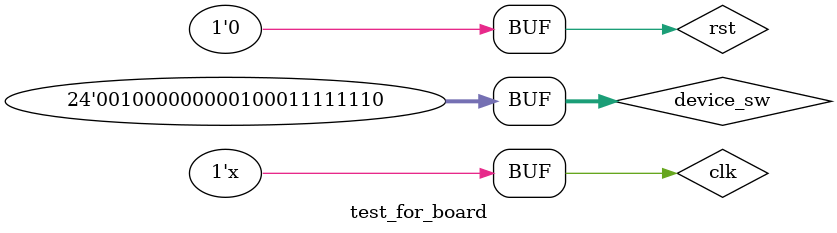
<source format=v>
`timescale 1ns / 1ps

module test_for_board(
    );

    reg clk;
    reg rst;
    reg [23:0] device_sw;
 
    initial begin
        clk   = 0;
        rst   = 1;
        device_sw = 24'b101_00000_00001000_11111110;
        #115;
        rst   = 0;
        #10000
        device_sw = 24'b111_00000_00001000_11111110;
        #10000
        device_sw = 24'b001_00000_00001000_11111110;
        // #20000;
        // $finish;
    end

    always #5 clk = ~clk;

    


    
    wire [7:0]led_en;
//    assign led_en = {led0_en_o,led1_en_o,led2_en_o,led3_en_o,led4_en_o,led5_en_o,led6_en_o,led7_en_o};
    
    wire [7:0]led_c;
//    assign led_c = {led_ca,led_cb,led_cc,led_cd,led_ce,led_cf,led_cg,led_dp};
    
    wire [23:0]led;

    top U_top(
        .clk(clk),
        .rst_i(rst),
        .switch(device_sw),  
        .led_en_o(led_en),
        .led_c_o(led_c),
        .led    (led)
    );
endmodule

</source>
